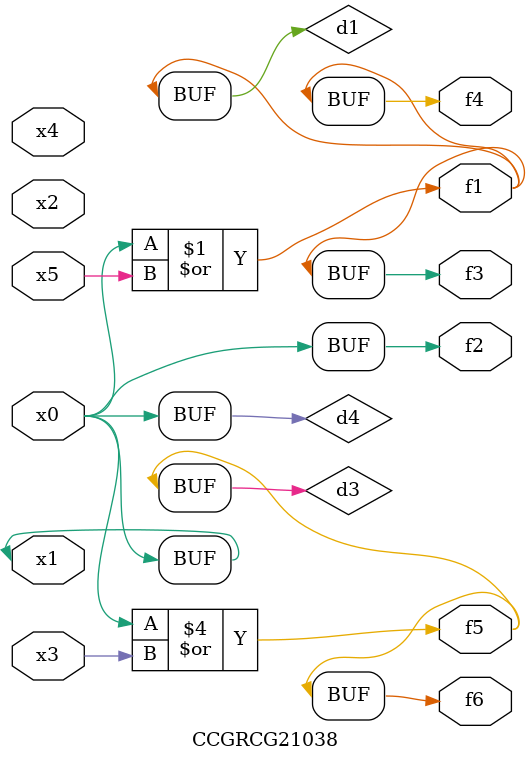
<source format=v>
module CCGRCG21038(
	input x0, x1, x2, x3, x4, x5,
	output f1, f2, f3, f4, f5, f6
);

	wire d1, d2, d3, d4;

	or (d1, x0, x5);
	xnor (d2, x1, x4);
	or (d3, x0, x3);
	buf (d4, x0, x1);
	assign f1 = d1;
	assign f2 = d4;
	assign f3 = d1;
	assign f4 = d1;
	assign f5 = d3;
	assign f6 = d3;
endmodule

</source>
